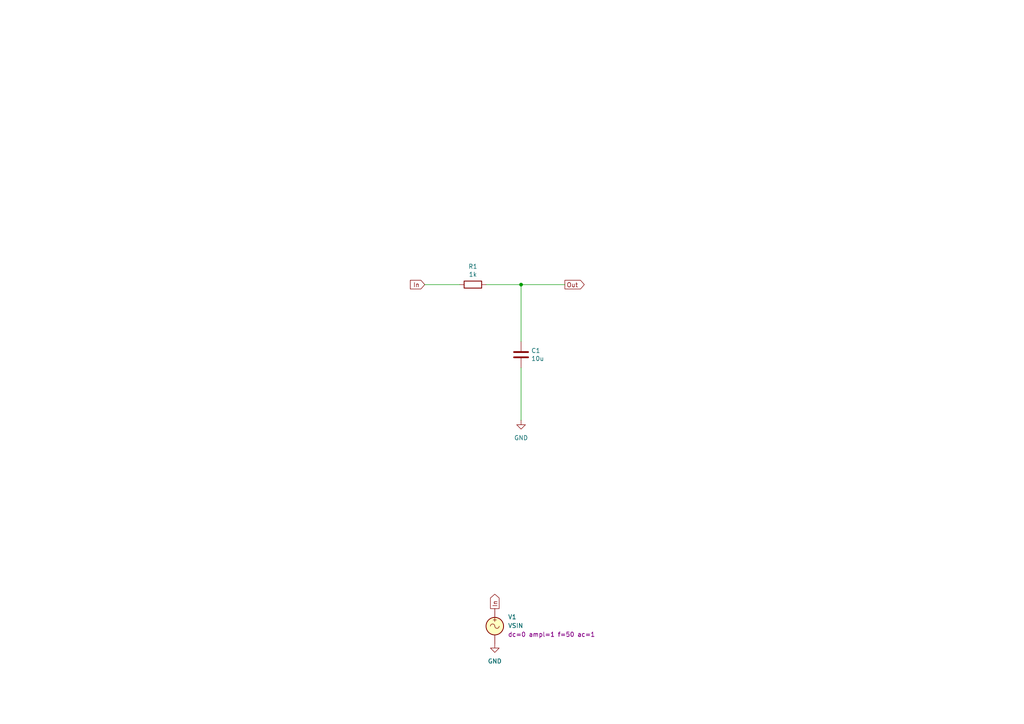
<source format=kicad_sch>
(kicad_sch (version 20250114) (generator "eeschema") (generator_version "9.0")
  (paper "A4")
  (title_block (title "Simulation, Transientanalyze with sine") (date "2025-09-13") (company "GitHub/OJStuff"))
  (lib_symbols
    (symbol "Device:C" (pin_numbers (hide yes)) (pin_names (offset 0.254))
      (property "Reference" "C" (at 0.635 2.54 0))
      (property "Value" "C" (at 0.635 -2.54 0))
      (symbol "C_0_1"
        (polyline (pts (xy -2.032 0.762) (xy 2.032 0.762)) (stroke (width 0.508)))
        (polyline (pts (xy -2.032 -0.762) (xy 2.032 -0.762)) (stroke (width 0.508)))
      )
      (symbol "C_1_1"
        (pin passive line (at 0 3.81 270) (length 2.794) (name "~") (number "1"))
        (pin passive line (at 0 -3.81 90) (length 2.794) (name "~") (number "2"))
      )
    )
    (symbol "Device:R" (pin_numbers (hide yes)) (pin_names (offset 0))
      (property "Reference" "R" (at 2.032 0 90))
      (property "Value" "R" (at 0 0 90))
      (symbol "R_0_1"
        (rectangle (start -1.016 -2.54) (end 1.016 2.54) (stroke (width 0.254)))
      )
      (symbol "R_1_1"
        (pin passive line (at 0 3.81 270) (length 1.27) (name "~") (number "1"))
        (pin passive line (at 0 -3.81 90) (length 1.27) (name "~") (number "2"))
      )
    )
    (symbol "GND_1" (power) (pin_numbers (hide yes)) (pin_names (offset 0) (hide yes))
      (property "Value" "GND" (at 0 -3.81 0))
      (symbol "GND_1_0_1"
        (polyline (pts (xy 0 0) (xy 0 -1.27) (xy 1.27 -1.27) (xy 0 -2.54) (xy -1.27 -1.27) (xy 0 -1.27)))
      )
      (symbol "GND_1_1_1"
        (pin power_in line (at 0 0 270) (length 0) (name "~") (number "1"))
      )
    )
    (symbol "VSIN_1" (pin_numbers (hide yes)) (pin_names (offset 0.0254))
      (property "Reference" "V" (at 2.54 2.54 0))
      (property "Value" "VSIN" (at 2.54 0 0))
      (property "Sim.Params" "dc=0 ampl=1 f=1k ac=1" (at 2.54 -2.54 0))
      (symbol "VSIN_1_0_0"
        (arc (start -1.27 0) (mid -0.635 0.6323) (end 0 0))
        (arc (start 1.27 0) (mid 0.635 -0.6323) (end 0 0))
        (text "+" (at 0 1.905 0) (effects (font (size 1.27 1.27))))
      )
      (symbol "VSIN_1_0_1"
        (circle (center 0 0) (radius 2.54) (stroke (width 0.254)) (fill (type background)))
      )
      (symbol "VSIN_1_1_1"
        (pin passive line (at 0 5.08 270) (length 2.54) (name "~") (number "1"))
        (pin passive line (at 0 -5.08 90) (length 2.54) (name "~") (number "2"))
      )
    )
  )
  (junction (at 151.13 82.55))
  (wire (pts (xy 151.13 82.55) (xy 163.83 82.55)))
  (wire (pts (xy 123.19 82.55) (xy 133.35 82.55)))
  (wire (pts (xy 151.13 82.55) (xy 151.13 99.06)))
  (wire (pts (xy 140.97 82.55) (xy 151.13 82.55)))
  (wire (pts (xy 151.13 106.68) (xy 151.13 121.92)))
  (global_label "Out" (shape output) (at 163.83 82.55 0) (property "Intersheetrefs" "${INTERSHEET_REFS}" (effects (hide yes))))
  (global_label "In" (shape input) (at 123.19 82.55 180) (property "Intersheetrefs" "${INTERSHEET_REFS}" (effects (hide yes))))
  (global_label "In" (shape output) (at 143.51 176.53 90) (property "Intersheetrefs" "${INTERSHEET_REFS}" (effects (hide yes))))
  (symbol (lib_name "GND_1") (lib_id "power:GND") (at 151.13 121.92 0) (unit 1)
    (property "Reference" "#PWR01" (effects (hide yes)))
    (property "Value" "GND" (at 151.13 127 0))
    (property "Description" "Power symbol creates a global label with name \"GND\" , ground" (effects (hide yes)))
  )
  (symbol (lib_name "GND_1") (lib_id "power:GND") (at 143.51 186.69 0) (unit 1)
    (property "Reference" "#PWR03" (effects (hide yes)))
    (property "Value" "GND" (at 143.51 191.77 0))
    (property "Description" "Power symbol creates a global label with name \"GND\" , ground" (effects (hide yes)))
  )
  (symbol (lib_name "VSIN_1") (lib_id "Simulation_SPICE:VSIN") (at 143.51 181.61 0) (unit 1)
    (property "Reference" "V1" (at 147.32 178.9401 0) (effects (justify left)))
    (property "Value" "VSIN" (at 147.32 181.4801 0) (effects (justify left)))
    (property "Datasheet" "https://ngspice.sourceforge.io/docs/ngspice-html-manual/manual.xhtml#sec_Independent_Sources_for" (effects (hide yes)))
    (property "Description" "Voltage source, sinusoidal" (effects (hide yes)))
    (property "Sim.Pins" "1=+ 2=-" (effects (hide yes)))
    (property "Sim.Params" "dc=0 ampl=1 f=50 ac=1" (at 147.32 184.0201 0) (effects (justify left)))
    (property "Sim.Type" "SIN" (effects (hide yes)))
    (property "Sim.Device" "V" (effects (hide yes)))
  )
  (symbol (lib_id "Device:R") (at 137.16 82.55 270) (unit 1)
    (property "Reference" "R1" (at 137.16 77.2922 90))
    (property "Value" "1k" (at 137.16 79.6036 90))
  )
  (symbol (lib_id "Device:C") (at 151.13 102.87 0) (unit 1)
    (property "Reference" "C1" (at 154.051 101.7016 0) (effects (justify left)))
    (property "Value" "10u" (at 154.051 104.013 0) (effects (justify left)))
  )
)
</source>
